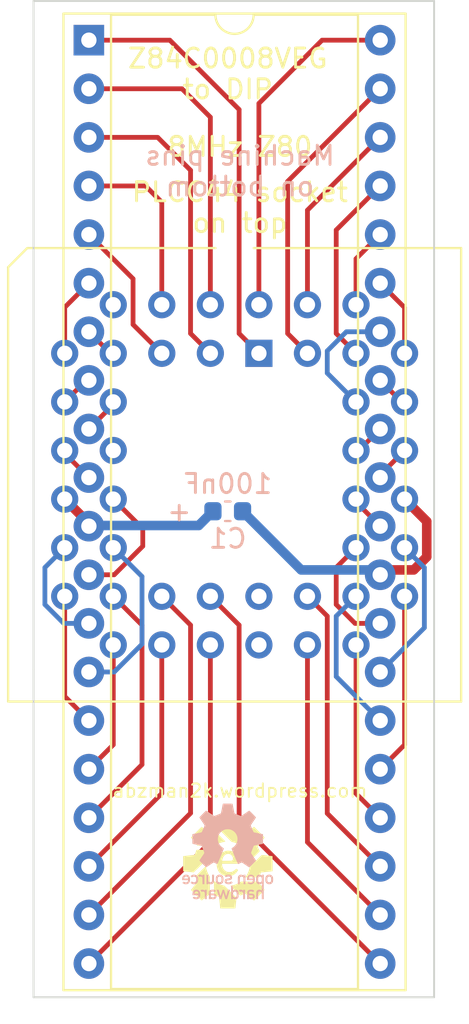
<source format=kicad_pcb>
(kicad_pcb (version 20211014) (generator pcbnew)
  (layers (0 "F.Cu" signal) (31 "B.Cu" signal) (34 "B.Paste" user) (35 "F.Paste" user) (36 "B.SilkS" user "B.Silkscreen") (37 "F.SilkS" user "F.Silkscreen") (38 "B.Mask" user) (39 "F.Mask" user) (44 "Edge.Cuts" user))
  (net 0 "")
  (net 3 "+5V")
  (net 6 "GND")
  (net 7 "/A11")
  (net 8 "/A13")
  (net 9 "/A15")
  (net 10 "/A9")
  (net 11 "/A7")
  (net 12 "/A12")
  (net 13 "/A14")
  (net 14 "/A10")
  (net 15 "/A8")
  (net 16 "/D4")
  (net 17 "/D5")
  (net 18 "/D2")
  (net 19 "/D0")
  (net 20 "/clk")
  (net 21 "/D3")
  (net 22 "/D6")
  (net 23 "/D7")
  (net 24 "/D1")
  (net 25 "/nmi")
  (net 26 "/mreq")
  (net 27 "/rd")
  (net 28 "/busack")
  (net 29 "/busrq")
  (net 30 "/int")
  (net 31 "/halt")
  (net 32 "/ioreq")
  (net 33 "/wr")
  (net 34 "/wait")
  (net 35 "/rst")
  (net 36 "/rfsh")
  (net 37 "/A0")
  (net 38 "/A2")
  (net 39 "/A4")
  (net 40 "/A6")
  (net 41 "/m1")
  (net 42 "/A1")
  (net 43 "/A3")
  (net 44 "/A5")
  (footprint "Package_LCC:PLCC-44_THT-Socket" (layer "F.Cu") (at 127.36 84.455)
    (fp_text reference "IC1" hide)
    (fp_text value "Z84C0008VEG")
    (pad "1" thru_hole rect locked (at 0 0) (size 1.4224 1.4224) (drill 0.8) (layers *.Cu *.Mask) (net 7 "/A11"))
    (pad "2" thru_hole circle locked (at -2.54 -2.54) (size 1.4224 1.4224) (drill 0.8) (layers *.Cu *.Mask) (net 12 "/A12"))
    (pad "3" thru_hole circle locked (at -2.54 0) (size 1.4224 1.4224) (drill 0.8) (layers *.Cu *.Mask) (net 8 "/A13"))
    (pad "4" thru_hole circle locked (at -5.08 -2.54) (size 1.4224 1.4224) (drill 0.8) (layers *.Cu *.Mask) (net 13 "/A14"))
    (pad "5" thru_hole circle locked (at -5.08 0) (size 1.4224 1.4224) (drill 0.8) (layers *.Cu *.Mask) (net 9 "/A15"))
    (pad "6" thru_hole circle locked (at -7.62 -2.54) (size 1.4224 1.4224) (drill 0.8) (layers *.Cu *.Mask))
    (pad "7" thru_hole circle locked (at -10.16 0) (size 1.4224 1.4224) (drill 0.8) (layers *.Cu *.Mask) (net 20 "/clk"))
    (pad "8" thru_hole circle locked (at -7.62 0) (size 1.4224 1.4224) (drill 0.8) (layers *.Cu *.Mask) (net 16 "/D4"))
    (pad "9" thru_hole circle locked (at -10.16 2.54) (size 1.4224 1.4224) (drill 0.8) (layers *.Cu *.Mask) (net 21 "/D3"))
    (pad "10" thru_hole circle locked (at -7.62 2.54) (size 1.4224 1.4224) (drill 0.8) (layers *.Cu *.Mask) (net 17 "/D5"))
    (pad "11" thru_hole circle locked (at -10.16 5.08) (size 1.4224 1.4224) (drill 0.8) (layers *.Cu *.Mask) (net 22 "/D6"))
    (pad "12" thru_hole circle locked (at -7.62 5.08) (size 1.4224 1.4224) (drill 0.8) (layers *.Cu *.Mask))
    (pad "13" thru_hole circle locked (at -10.16 7.62) (size 1.4224 1.4224) (drill 0.8) (layers *.Cu *.Mask) (net 3 "+5V"))
    (pad "14" thru_hole circle locked (at -7.62 7.62) (size 1.4224 1.4224) (drill 0.8) (layers *.Cu *.Mask) (net 18 "/D2"))
    (pad "15" thru_hole circle locked (at -10.16 10.16) (size 1.4224 1.4224) (drill 0.8) (layers *.Cu *.Mask) (net 23 "/D7"))
    (pad "16" thru_hole circle locked (at -7.62 10.16) (size 1.4224 1.4224) (drill 0.8) (layers *.Cu *.Mask) (net 19 "/D0"))
    (pad "17" thru_hole circle locked (at -10.16 12.7) (size 1.4224 1.4224) (drill 0.8) (layers *.Cu *.Mask) (net 24 "/D1"))
    (pad "18" thru_hole circle locked (at -7.62 15.24) (size 1.4224 1.4224) (drill 0.8) (layers *.Cu *.Mask) (net 30 "/int"))
    (pad "19" thru_hole circle locked (at -7.62 12.7) (size 1.4224 1.4224) (drill 0.8) (layers *.Cu *.Mask) (net 25 "/nmi"))
    (pad "20" thru_hole circle locked (at -5.08 15.24) (size 1.4224 1.4224) (drill 0.8) (layers *.Cu *.Mask) (net 31 "/halt"))
    (pad "21" thru_hole circle locked (at -5.08 12.7) (size 1.4224 1.4224) (drill 0.8) (layers *.Cu *.Mask) (net 26 "/mreq"))
    (pad "22" thru_hole circle locked (at -2.54 15.24) (size 1.4224 1.4224) (drill 0.8) (layers *.Cu *.Mask) (net 32 "/ioreq"))
    (pad "23" thru_hole circle locked (at -2.54 12.7) (size 1.4224 1.4224) (drill 0.8) (layers *.Cu *.Mask) (net 27 "/rd"))
    (pad "24" thru_hole circle locked (at 0 15.24) (size 1.4224 1.4224) (drill 0.8) (layers *.Cu *.Mask))
    (pad "25" thru_hole circle locked (at 0 12.7) (size 1.4224 1.4224) (drill 0.8) (layers *.Cu *.Mask))
    (pad "26" thru_hole circle locked (at 2.54 15.24) (size 1.4224 1.4224) (drill 0.8) (layers *.Cu *.Mask) (net 33 "/wr"))
    (pad "27" thru_hole circle locked (at 2.54 12.7) (size 1.4224 1.4224) (drill 0.8) (layers *.Cu *.Mask) (net 28 "/busack"))
    (pad "28" thru_hole circle locked (at 5.08 15.24) (size 1.4224 1.4224) (drill 0.8) (layers *.Cu *.Mask) (net 34 "/wait"))
    (pad "29" thru_hole circle locked (at 7.62 12.7) (size 1.4224 1.4224) (drill 0.8) (layers *.Cu *.Mask) (net 29 "/busrq"))
    (pad "30" thru_hole circle locked (at 5.08 12.7) (size 1.4224 1.4224) (drill 0.8) (layers *.Cu *.Mask) (net 35 "/rst"))
    (pad "31" thru_hole circle locked (at 7.62 10.16) (size 1.4224 1.4224) (drill 0.8) (layers *.Cu *.Mask) (net 41 "/m1"))
    (pad "32" thru_hole circle locked (at 5.08 10.16) (size 1.4224 1.4224) (drill 0.8) (layers *.Cu *.Mask) (net 36 "/rfsh"))
    (pad "33" thru_hole circle locked (at 7.62 7.62) (size 1.4224 1.4224) (drill 0.8) (layers *.Cu *.Mask) (net 6 "GND"))
    (pad "34" thru_hole circle locked (at 5.08 7.62) (size 1.4224 1.4224) (drill 0.8) (layers *.Cu *.Mask) (net 37 "/A0"))
    (pad "35" thru_hole circle locked (at 7.62 5.08) (size 1.4224 1.4224) (drill 0.8) (layers *.Cu *.Mask) (net 42 "/A1"))
    (pad "36" thru_hole circle locked (at 5.08 5.08) (size 1.4224 1.4224) (drill 0.8) (layers *.Cu *.Mask) (net 38 "/A2"))
    (pad "37" thru_hole circle locked (at 7.62 2.54) (size 1.4224 1.4224) (drill 0.8) (layers *.Cu *.Mask) (net 43 "/A3"))
    (pad "38" thru_hole circle locked (at 5.08 2.54) (size 1.4224 1.4224) (drill 0.8) (layers *.Cu *.Mask) (net 39 "/A4"))
    (pad "39" thru_hole circle locked (at 7.62 0) (size 1.4224 1.4224) (drill 0.8) (layers *.Cu *.Mask) (net 44 "/A5"))
    (pad "40" thru_hole circle locked (at 5.08 -2.54) (size 1.4224 1.4224) (drill 0.8) (layers *.Cu *.Mask) (net 40 "/A6"))
    (pad "41" thru_hole circle locked (at 5.08 0) (size 1.4224 1.4224) (drill 0.8) (layers *.Cu *.Mask) (net 11 "/A7"))
    (pad "42" thru_hole circle locked (at 2.54 -2.54) (size 1.4224 1.4224) (drill 0.8) (layers *.Cu *.Mask) (net 15 "/A8"))
    (pad "43" thru_hole circle locked (at 2.54 0) (size 1.4224 1.4224) (drill 0.8) (layers *.Cu *.Mask) (net 10 "/A9"))
    (pad "44" thru_hole circle locked (at 0 -2.54) (size 1.4224 1.4224) (drill 0.8) (layers *.Cu *.Mask) (net 14 "/A10"))
  )
  (footprint "Evan's misc parts:Evan Logo" (layer "F.Cu") (at 125.73 111.125)
    (fp_text reference "G***" hide)
    (fp_text value "LOGO" hide)
  )
  (footprint "Package_DIP:DIP-40_W15.24mm_Socket" (layer "F.Cu") (at 118.465 68.0895)
    (fp_text reference "U1" hide)
    (fp_text value "Z80CPU")
    (pad "1" thru_hole rect locked (at 0 0) (size 1.6 1.6) (drill 0.8) (layers *.Cu *.Mask) (net 7 "/A11"))
    (pad "2" thru_hole oval locked (at 0 2.54) (size 1.6 1.6) (drill 0.8) (layers *.Cu *.Mask) (net 12 "/A12"))
    (pad "3" thru_hole oval locked (at 0 5.08) (size 1.6 1.6) (drill 0.8) (layers *.Cu *.Mask) (net 8 "/A13"))
    (pad "4" thru_hole oval locked (at 0 7.62) (size 1.6 1.6) (drill 0.8) (layers *.Cu *.Mask) (net 13 "/A14"))
    (pad "5" thru_hole oval locked (at 0 10.16) (size 1.6 1.6) (drill 0.8) (layers *.Cu *.Mask) (net 9 "/A15"))
    (pad "6" thru_hole oval locked (at 0 12.7) (size 1.6 1.6) (drill 0.8) (layers *.Cu *.Mask) (net 20 "/clk"))
    (pad "7" thru_hole oval locked (at 0 15.24) (size 1.6 1.6) (drill 0.8) (layers *.Cu *.Mask) (net 16 "/D4"))
    (pad "8" thru_hole oval locked (at 0 17.78) (size 1.6 1.6) (drill 0.8) (layers *.Cu *.Mask) (net 21 "/D3"))
    (pad "9" thru_hole oval locked (at 0 20.32) (size 1.6 1.6) (drill 0.8) (layers *.Cu *.Mask) (net 17 "/D5"))
    (pad "10" thru_hole oval locked (at 0 22.86) (size 1.6 1.6) (drill 0.8) (layers *.Cu *.Mask) (net 22 "/D6"))
    (pad "11" thru_hole oval locked (at 0 25.4) (size 1.6 1.6) (drill 0.8) (layers *.Cu *.Mask) (net 3 "+5V"))
    (pad "12" thru_hole oval locked (at 0 27.94) (size 1.6 1.6) (drill 0.8) (layers *.Cu *.Mask) (net 18 "/D2"))
    (pad "13" thru_hole oval locked (at 0 30.48) (size 1.6 1.6) (drill 0.8) (layers *.Cu *.Mask) (net 23 "/D7"))
    (pad "14" thru_hole oval locked (at 0 33.02) (size 1.6 1.6) (drill 0.8) (layers *.Cu *.Mask) (net 19 "/D0"))
    (pad "15" thru_hole oval locked (at 0 35.56) (size 1.6 1.6) (drill 0.8) (layers *.Cu *.Mask) (net 24 "/D1"))
    (pad "16" thru_hole oval locked (at 0 38.1) (size 1.6 1.6) (drill 0.8) (layers *.Cu *.Mask) (net 30 "/int"))
    (pad "17" thru_hole oval locked (at 0 40.64) (size 1.6 1.6) (drill 0.8) (layers *.Cu *.Mask) (net 25 "/nmi"))
    (pad "18" thru_hole oval locked (at 0 43.18) (size 1.6 1.6) (drill 0.8) (layers *.Cu *.Mask) (net 31 "/halt"))
    (pad "19" thru_hole oval locked (at 0 45.72) (size 1.6 1.6) (drill 0.8) (layers *.Cu *.Mask) (net 26 "/mreq"))
    (pad "20" thru_hole oval locked (at 0 48.26) (size 1.6 1.6) (drill 0.8) (layers *.Cu *.Mask) (net 32 "/ioreq"))
    (pad "21" thru_hole oval locked (at 15.24 48.26) (size 1.6 1.6) (drill 0.8) (layers *.Cu *.Mask) (net 27 "/rd"))
    (pad "22" thru_hole oval locked (at 15.24 45.72) (size 1.6 1.6) (drill 0.8) (layers *.Cu *.Mask) (net 33 "/wr"))
    (pad "23" thru_hole oval locked (at 15.24 43.18) (size 1.6 1.6) (drill 0.8) (layers *.Cu *.Mask) (net 28 "/busack"))
    (pad "24" thru_hole oval locked (at 15.24 40.64) (size 1.6 1.6) (drill 0.8) (layers *.Cu *.Mask) (net 34 "/wait"))
    (pad "25" thru_hole oval locked (at 15.24 38.1) (size 1.6 1.6) (drill 0.8) (layers *.Cu *.Mask) (net 29 "/busrq"))
    (pad "26" thru_hole oval locked (at 15.24 35.56) (size 1.6 1.6) (drill 0.8) (layers *.Cu *.Mask) (net 35 "/rst"))
    (pad "27" thru_hole oval locked (at 15.24 33.02) (size 1.6 1.6) (drill 0.8) (layers *.Cu *.Mask) (net 41 "/m1"))
    (pad "28" thru_hole oval locked (at 15.24 30.48) (size 1.6 1.6) (drill 0.8) (layers *.Cu *.Mask) (net 36 "/rfsh"))
    (pad "29" thru_hole oval locked (at 15.24 27.94) (size 1.6 1.6) (drill 0.8) (layers *.Cu *.Mask) (net 6 "GND"))
    (pad "30" thru_hole oval locked (at 15.24 25.4) (size 1.6 1.6) (drill 0.8) (layers *.Cu *.Mask) (net 37 "/A0"))
    (pad "31" thru_hole oval locked (at 15.24 22.86) (size 1.6 1.6) (drill 0.8) (layers *.Cu *.Mask) (net 42 "/A1"))
    (pad "32" thru_hole oval locked (at 15.24 20.32) (size 1.6 1.6) (drill 0.8) (layers *.Cu *.Mask) (net 38 "/A2"))
    (pad "33" thru_hole oval locked (at 15.24 17.78) (size 1.6 1.6) (drill 0.8) (layers *.Cu *.Mask) (net 43 "/A3"))
    (pad "34" thru_hole oval locked (at 15.24 15.24) (size 1.6 1.6) (drill 0.8) (layers *.Cu *.Mask) (net 39 "/A4"))
    (pad "35" thru_hole oval locked (at 15.24 12.7) (size 1.6 1.6) (drill 0.8) (layers *.Cu *.Mask) (net 44 "/A5"))
    (pad "36" thru_hole oval locked (at 15.24 10.16) (size 1.6 1.6) (drill 0.8) (layers *.Cu *.Mask) (net 40 "/A6"))
    (pad "37" thru_hole oval locked (at 15.24 7.62) (size 1.6 1.6) (drill 0.8) (layers *.Cu *.Mask) (net 11 "/A7"))
    (pad "38" thru_hole oval locked (at 15.24 5.08) (size 1.6 1.6) (drill 0.8) (layers *.Cu *.Mask) (net 15 "/A8"))
    (pad "39" thru_hole oval locked (at 15.24 2.54) (size 1.6 1.6) (drill 0.8) (layers *.Cu *.Mask) (net 10 "/A9"))
    (pad "40" thru_hole oval locked (at 15.24 0) (size 1.6 1.6) (drill 0.8) (layers *.Cu *.Mask) (net 14 "/A10"))
  )
  (footprint "Evan's misc parts:OSHW gear" (layer "B.Cu") (at 125.73 110.49 180)
    (fp_text reference "G***" hide)
    (fp_text value "LOGO" hide)
  )
  (footprint "Capacitor_SMD:C_0603_1608Metric" (layer "B.Cu") (at 125.73 92.71)
    (fp_text reference "C1" (at 0 1.43) (layer "B.SilkS") (effects (justify mirror)))
    (fp_text value "100nF" (at 0 -1.43) (layer "B.SilkS") (effects (justify mirror)))
    (pad "1" smd roundrect locked (at -0.775 0) (size 0.9 0.95) (layers "B.Cu" "B.Paste" "B.Mask") (net 3 "+5V"))
    (pad "2" smd roundrect locked (at 0.775 0) (size 0.9 0.95) (layers "B.Cu" "B.Paste" "B.Mask") (net 6 "GND"))
  )
  (gr_line (start 115.57 100.965) (end 115.57 118.11) (layer "Edge.Cuts") (width 0.1))
  (gr_line (start 115.57 118.11) (end 136.525 118.11) (layer "Edge.Cuts") (width 0.1))
  (gr_line (start 115.57 66.04) (end 115.57 100.965) (layer "Edge.Cuts") (width 0.1))
  (gr_line (start 136.525 66.04) (end 115.57 66.04) (layer "Edge.Cuts") (width 0.1))
  (gr_line (start 136.525 118.11) (end 136.525 66.04) (layer "Edge.Cuts") (width 0.1))
  (gr_text "+" (at 123.19 92.71) (layer "B.SilkS") (effects (font (size 1 1)) (justify mirror)))
  (gr_text "Machine pins\non bottom" (at 126.365 74.93) (layer "B.SilkS") (effects (font (size 1 1)) (justify mirror)))
  (gr_text "PLCC44 socket\non top" (at 126.365 76.835) (layer "F.SilkS") (effects (font (size 1 1))))
  (gr_text "Z84C0008VEG\nto DIP" (at 125.73 69.85) (layer "F.SilkS") (effects (font (size 1 1))))
  (gr_text "abzman2k.wordpress.com" (at 126.365 107.315) (layer "F.SilkS") (effects (font (size 0.7 0.7) (thickness 0.1))))
  (gr_text "8MHz Z80" (at 126.365 73.66) (layer "F.SilkS") (effects (font (size 1 1))))
  (segment (start 118.465 93.4895) (end 118.465 93.34) (width 0.5) (layer "F.Cu") (net 3))
  (segment (start 118.465 93.34) (end 117.2 92.075) (width 0.5) (layer "F.Cu") (net 3))
  (segment (start 117.2 92.075) (end 117.2 92.2245) (width 0.25) (layer "F.Cu") (net 3))
  (segment (start 124.210711 93.454289) (end 124.955 92.71) (width 0.5) (layer "B.Cu") (net 3))
  (segment (start 118.500211 93.454289) (end 124.210711 93.454289) (width 0.5) (layer "B.Cu") (net 3))
  (segment (start 118.465 93.4895) (end 118.500211 93.454289) (width 0.5) (layer "B.Cu") (net 3))
  (segment (start 133.705 96.0295) (end 133.958789 95.775711) (width 0.5) (layer "F.Cu") (net 6))
  (segment (start 135.460783 95.775711) (end 136.140711 95.095783) (width 0.5) (layer "F.Cu") (net 6))
  (segment (start 133.958789 95.775711) (end 135.460783 95.775711) (width 0.5) (layer "F.Cu") (net 6))
  (segment (start 136.140711 93.235711) (end 134.98 92.075) (width 0.5) (layer "F.Cu") (net 6))
  (segment (start 136.140711 95.095783) (end 136.140711 93.235711) (width 0.5) (layer "F.Cu") (net 6))
  (segment (start 133.451211 95.775711) (end 133.705 96.0295) (width 0.5) (layer "B.Cu") (net 6))
  (segment (start 129.570711 95.775711) (end 133.451211 95.775711) (width 0.5) (layer "B.Cu") (net 6))
  (segment (start 126.505 92.71) (end 129.570711 95.775711) (width 0.5) (layer "B.Cu") (net 6))
  (segment (start 126.324289 83.419289) (end 126.324289 71.714289) (width 0.25) (layer "F.Cu") (net 7))
  (segment (start 126.324289 71.714289) (end 122.6995 68.0895) (width 0.25) (layer "F.Cu") (net 7))
  (segment (start 122.6995 68.0895) (end 118.465 68.0895) (width 0.25) (layer "F.Cu") (net 7))
  (segment (start 127.36 84.455) (end 126.324289 83.419289) (width 0.25) (layer "F.Cu") (net 7))
  (segment (start 123.784289 83.419289) (end 123.784289 74.889289) (width 0.25) (layer "F.Cu") (net 8))
  (segment (start 124.82 84.455) (end 123.784289 83.419289) (width 0.25) (layer "F.Cu") (net 8))
  (segment (start 122.0645 73.1695) (end 118.465 73.1695) (width 0.25) (layer "F.Cu") (net 8))
  (segment (start 123.784289 74.889289) (end 122.0645 73.1695) (width 0.25) (layer "F.Cu") (net 8))
  (segment (start 120.775711 80.560211) (end 118.465 78.2495) (width 0.25) (layer "F.Cu") (net 9))
  (segment (start 120.775711 82.950711) (end 120.775711 80.560211) (width 0.25) (layer "F.Cu") (net 9))
  (segment (start 122.28 84.455) (end 120.775711 82.950711) (width 0.25) (layer "F.Cu") (net 9))
  (segment (start 129.9 84.455) (end 128.864289 83.419289) (width 0.25) (layer "F.Cu") (net 10))
  (segment (start 128.864289 75.470211) (end 133.705 70.6295) (width 0.25) (layer "F.Cu") (net 10))
  (segment (start 128.864289 83.419289) (end 128.864289 75.470211) (width 0.25) (layer "F.Cu") (net 10))
  (segment (start 131.404289 78.010211) (end 133.705 75.7095) (width 0.25) (layer "F.Cu") (net 11))
  (segment (start 132.44 84.455) (end 131.404289 83.419289) (width 0.25) (layer "F.Cu") (net 11))
  (segment (start 131.404289 83.419289) (end 131.404289 78.010211) (width 0.25) (layer "F.Cu") (net 11))
  (segment (start 124.82 72.115) (end 123.3345 70.6295) (width 0.25) (layer "F.Cu") (net 12))
  (segment (start 123.3345 70.6295) (end 118.465 70.6295) (width 0.25) (layer "F.Cu") (net 12))
  (segment (start 124.82 81.915) (end 124.82 72.115) (width 0.25) (layer "F.Cu") (net 12))
  (segment (start 122.28 81.915) (end 122.28 76.56) (width 0.25) (layer "F.Cu") (net 13))
  (segment (start 122.28 76.56) (end 121.4295 75.7095) (width 0.25) (layer "F.Cu") (net 13))
  (segment (start 121.4295 75.7095) (end 118.465 75.7095) (width 0.25) (layer "F.Cu") (net 13))
  (segment (start 130.6655 68.0895) (end 133.705 68.0895) (width 0.25) (layer "F.Cu") (net 14))
  (segment (start 127.36 71.395) (end 130.6655 68.0895) (width 0.25) (layer "F.Cu") (net 14))
  (segment (start 127.36 81.915) (end 127.36 71.395) (width 0.25) (layer "F.Cu") (net 14))
  (segment (start 129.9 81.915) (end 129.9 76.9745) (width 0.25) (layer "F.Cu") (net 15))
  (segment (start 129.9 76.9745) (end 133.705 73.1695) (width 0.25) (layer "F.Cu") (net 15))
  (segment (start 119.74 84.455) (end 119.5905 84.455) (width 0.25) (layer "F.Cu") (net 16))
  (segment (start 119.5905 84.455) (end 118.465 83.3295) (width 0.25) (layer "F.Cu") (net 16))
  (segment (start 119.74 86.995) (end 119.74 87.1345) (width 0.25) (layer "F.Cu") (net 17))
  (segment (start 119.74 87.1345) (end 118.465 88.4095) (width 0.25) (layer "F.Cu") (net 17))
  (segment (start 118.465 96.0295) (end 119.790218 96.0295) (width 0.25) (layer "F.Cu") (net 18))
  (segment (start 121.285 94.534718) (end 121.285 93.62) (width 0.25) (layer "F.Cu") (net 18))
  (segment (start 119.790218 96.0295) (end 121.285 94.534718) (width 0.25) (layer "F.Cu") (net 18))
  (segment (start 121.285 93.62) (end 119.74 92.075) (width 0.25) (layer "F.Cu") (net 18))
  (segment (start 121.244289 99.655429) (end 121.244289 96.119289) (width 0.25) (layer "B.Cu") (net 19))
  (segment (start 119.790218 101.1095) (end 121.244289 99.655429) (width 0.25) (layer "B.Cu") (net 19))
  (segment (start 121.244289 96.119289) (end 119.74 94.615) (width 0.25) (layer "B.Cu") (net 19))
  (segment (start 118.465 101.1095) (end 119.790218 101.1095) (width 0.25) (layer "B.Cu") (net 19))
  (segment (start 117.2 84.455) (end 117.2 82.0545) (width 0.25) (layer "F.Cu") (net 20))
  (segment (start 117.2 82.0545) (end 118.465 80.7895) (width 0.25) (layer "F.Cu") (net 20))
  (segment (start 118.465 85.8695) (end 118.3255 85.8695) (width 0.25) (layer "F.Cu") (net 21))
  (segment (start 118.3255 85.8695) (end 117.2 86.995) (width 0.25) (layer "F.Cu") (net 21))
  (segment (start 117.2 89.535) (end 117.2 89.6845) (width 0.25) (layer "F.Cu") (net 22))
  (segment (start 117.2 89.6845) (end 118.465 90.9495) (width 0.25) (layer "F.Cu") (net 22))
  (segment (start 116.164289 97.584007) (end 116.164289 95.650711) (width 0.25) (layer "B.Cu") (net 23))
  (segment (start 117.149782 98.5695) (end 116.164289 97.584007) (width 0.25) (layer "B.Cu") (net 23))
  (segment (start 116.164289 95.650711) (end 117.2 94.615) (width 0.25) (layer "B.Cu") (net 23))
  (segment (start 118.465 98.5695) (end 117.149782 98.5695) (width 0.25) (layer "B.Cu") (net 23))
  (segment (start 117.2 102.3845) (end 117.2 97.155) (width 0.25) (layer "F.Cu") (net 24))
  (segment (start 118.465 103.6495) (end 117.2 102.3845) (width 0.25) (layer "F.Cu") (net 24))
  (segment (start 121.244289 98.659289) (end 119.74 97.155) (width 0.25) (layer "F.Cu") (net 25))
  (segment (start 118.465 108.7295) (end 121.244289 105.950211) (width 0.25) (layer "F.Cu") (net 25))
  (segment (start 121.244289 105.950211) (end 121.244289 98.659289) (width 0.25) (layer "F.Cu") (net 25))
  (segment (start 118.465 113.8095) (end 123.784289 108.490211) (width 0.25) (layer "F.Cu") (net 26))
  (segment (start 123.784289 108.490211) (end 123.784289 98.659289) (width 0.25) (layer "F.Cu") (net 26))
  (segment (start 123.784289 98.659289) (end 122.28 97.155) (width 0.25) (layer "F.Cu") (net 26))
  (segment (start 124.82 97.155) (end 126.324289 98.659289) (width 0.25) (layer "F.Cu") (net 27))
  (segment (start 126.324289 98.659289) (end 126.324289 108.968789) (width 0.25) (layer "F.Cu") (net 27))
  (segment (start 126.324289 108.968789) (end 133.705 116.3495) (width 0.25) (layer "F.Cu") (net 27))
  (segment (start 130.935711 108.500211) (end 133.705 111.2695) (width 0.25) (layer "F.Cu") (net 28))
  (segment (start 130.935711 98.190711) (end 130.935711 108.500211) (width 0.25) (layer "F.Cu") (net 28))
  (segment (start 129.9 97.155) (end 130.935711 98.190711) (width 0.25) (layer "F.Cu") (net 28))
  (segment (start 134.98 104.9145) (end 134.98 97.155) (width 0.25) (layer "F.Cu") (net 29))
  (segment (start 133.705 106.1895) (end 134.98 104.9145) (width 0.25) (layer "F.Cu") (net 29))
  (segment (start 118.465 106.1895) (end 119.74 104.9145) (width 0.25) (layer "F.Cu") (net 30))
  (segment (start 119.74 104.9145) (end 119.74 99.695) (width 0.25) (layer "F.Cu") (net 30))
  (segment (start 122.28 99.695) (end 122.28 107.4545) (width 0.25) (layer "F.Cu") (net 31))
  (segment (start 122.28 107.4545) (end 118.465 111.2695) (width 0.25) (layer "F.Cu") (net 31))
  (segment (start 124.82 99.695) (end 124.82 109.9945) (width 0.25) (layer "F.Cu") (net 32))
  (segment (start 124.82 109.9945) (end 118.465 116.3495) (width 0.25) (layer "F.Cu") (net 32))
  (segment (start 129.9 110.0045) (end 133.705 113.8095) (width 0.25) (layer "F.Cu") (net 33))
  (segment (start 129.9 99.695) (end 129.9 110.0045) (width 0.25) (layer "F.Cu") (net 33))
  (segment (start 132.44 107.4645) (end 132.44 99.695) (width 0.25) (layer "F.Cu") (net 34))
  (segment (start 133.705 108.7295) (end 132.44 107.4645) (width 0.25) (layer "F.Cu") (net 34))
  (segment (start 133.705 103.6495) (end 131.404289 101.348789) (width 0.25) (layer "B.Cu") (net 35))
  (segment (start 131.404289 101.348789) (end 131.404289 98.190711) (width 0.25) (layer "B.Cu") (net 35))
  (segment (start 131.404289 98.190711) (end 132.44 97.155) (width 0.25) (layer "B.Cu") (net 35))
  (segment (start 131.404289 97.584007) (end 131.404289 95.650711) (width 0.25) (layer "F.Cu") (net 36))
  (segment (start 132.389782 98.5695) (end 131.404289 97.584007) (width 0.25) (layer "F.Cu") (net 36))
  (segment (start 131.404289 95.650711) (end 132.44 94.615) (width 0.25) (layer "F.Cu") (net 36))
  (segment (start 133.705 98.5695) (end 132.389782 98.5695) (width 0.25) (layer "F.Cu") (net 36))
  (segment (start 132.44 92.2245) (end 133.705 93.4895) (width 0.25) (layer "F.Cu") (net 37))
  (segment (start 132.44 92.075) (end 132.44 92.2245) (width 0.25) (layer "F.Cu") (net 37))
  (segment (start 132.44 89.535) (end 132.5795 89.535) (width 0.25) (layer "F.Cu") (net 38))
  (segment (start 132.5795 89.535) (end 133.705 88.4095) (width 0.25) (layer "F.Cu") (net 38))
  (segment (start 130.935711 84.329289) (end 130.935711 85.490711) (width 0.25) (layer "B.Cu") (net 39))
  (segment (start 131.9355 83.3295) (end 130.935711 84.329289) (width 0.25) (layer "B.Cu") (net 39))
  (segment (start 130.935711 85.490711) (end 132.44 86.995) (width 0.25) (layer "B.Cu") (net 39))
  (segment (start 133.705 83.3295) (end 131.9355 83.3295) (width 0.25) (layer "B.Cu") (net 39))
  (segment (start 132.44 79.5145) (end 133.705 78.2495) (width 0.25) (layer "F.Cu") (net 40))
  (segment (start 132.44 81.915) (end 132.44 79.5145) (width 0.25) (layer "F.Cu") (net 40))
  (segment (start 133.705 101.1095) (end 136.015711 98.798789) (width 0.25) (layer "B.Cu") (net 41))
  (segment (start 136.015711 98.798789) (end 136.015711 95.650711) (width 0.25) (layer "B.Cu") (net 41))
  (segment (start 136.015711 95.650711) (end 134.98 94.615) (width 0.25) (layer "B.Cu") (net 41))
  (segment (start 133.705 90.9495) (end 133.705 90.81) (width 0.25) (layer "F.Cu") (net 42))
  (segment (start 133.705 90.81) (end 134.98 89.535) (width 0.25) (layer "F.Cu") (net 42))
  (segment (start 134.8305 86.995) (end 133.705 85.8695) (width 0.25) (layer "F.Cu") (net 43))
  (segment (start 134.98 86.995) (end 134.8305 86.995) (width 0.25) (layer "F.Cu") (net 43))
  (segment (start 134.98 82.0645) (end 134.98 84.455) (width 0.25) (layer "F.Cu") (net 44))
  (segment (start 133.705 80.7895) (end 134.98 82.0645) (width 0.25) (layer "F.Cu") (net 44))
)
</source>
